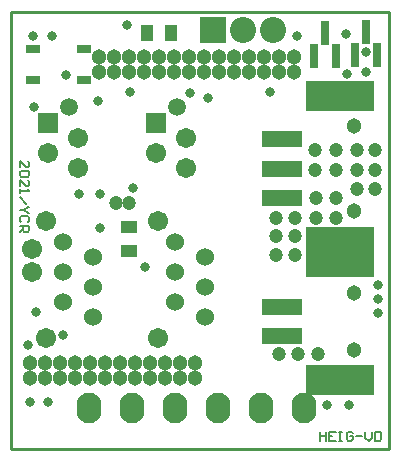
<source format=gts>
G04*
G04 #@! TF.GenerationSoftware,Altium Limited,Altium Designer,21.1.1 (26)*
G04*
G04 Layer_Color=8388736*
%FSLAX44Y44*%
%MOMM*%
G71*
G04*
G04 #@! TF.SameCoordinates,10801997-8E17-44FE-B4C4-5EB474501812*
G04*
G04*
G04 #@! TF.FilePolarity,Negative*
G04*
G01*
G75*
%ADD14C,0.1500*%
%ADD15C,0.2540*%
%ADD16R,3.4036X1.3970*%
%ADD18R,1.1628X0.7620*%
%ADD22R,5.7912X2.5146*%
%ADD23R,0.7532X2.0532*%
%ADD24R,1.1032X1.4032*%
%ADD25R,1.4032X1.1032*%
%ADD26C,1.3032*%
%ADD27O,2.1032X2.6032*%
%ADD28C,1.7032*%
%ADD29C,2.2032*%
%ADD30R,2.2032X2.2032*%
%ADD31C,1.5240*%
%ADD32C,1.5032*%
%ADD33R,1.7032X1.7032*%
%ADD34C,0.8032*%
%ADD35C,1.2032*%
D14*
X261850Y14577D02*
Y6580D01*
Y10579D01*
X267182D01*
Y14577D01*
Y6580D01*
X275179Y14577D02*
X269847D01*
Y6580D01*
X275179D01*
X269847Y10579D02*
X272513D01*
X277845Y14577D02*
X280511D01*
X279178D01*
Y6580D01*
X277845D01*
X280511D01*
X289841Y13245D02*
X288508Y14577D01*
X285842D01*
X284509Y13245D01*
Y7913D01*
X285842Y6580D01*
X288508D01*
X289841Y7913D01*
Y10579D01*
X287175D01*
X292507D02*
X297838D01*
X300504Y14577D02*
Y9246D01*
X303170Y6580D01*
X305836Y9246D01*
Y14577D01*
X308502D02*
Y6580D01*
X312500D01*
X313833Y7913D01*
Y13245D01*
X312500Y14577D01*
X308502D01*
X7850Y238278D02*
Y243610D01*
X13182Y238278D01*
X14514D01*
X15847Y239611D01*
Y242277D01*
X14514Y243610D01*
Y235613D02*
X15847Y234280D01*
Y231614D01*
X14514Y230281D01*
X9183D01*
X7850Y231614D01*
Y234280D01*
X9183Y235613D01*
X14514D01*
X7850Y222284D02*
Y227615D01*
X13182Y222284D01*
X14514D01*
X15847Y223617D01*
Y226282D01*
X14514Y227615D01*
X7850Y219618D02*
Y216952D01*
Y218285D01*
X15847D01*
X14514Y219618D01*
X7850Y212953D02*
X13182Y207622D01*
X15847Y204956D02*
X14514D01*
X11849Y202290D01*
X14514Y199624D01*
X15847D01*
X11849Y202290D02*
X7850D01*
X14514Y191627D02*
X15847Y192960D01*
Y195625D01*
X14514Y196958D01*
X9183D01*
X7850Y195625D01*
Y192960D01*
X9183Y191627D01*
X7850Y188961D02*
X15847D01*
Y184962D01*
X14514Y183629D01*
X11849D01*
X10516Y184962D01*
Y188961D01*
Y186295D02*
X7850Y183629D01*
D15*
X450Y-560D02*
Y369440D01*
Y-560D02*
X320450D01*
Y369440D01*
X450D02*
X320450D01*
D16*
X229606Y95450D02*
D03*
Y120450D02*
D03*
X229830Y212050D02*
D03*
X229576Y237050D02*
D03*
Y262050D02*
D03*
D18*
X61821Y338370D02*
D03*
Y311870D02*
D03*
X19459Y338370D02*
D03*
Y311870D02*
D03*
D22*
X278860Y57950D02*
D03*
Y157950D02*
D03*
X278830Y175050D02*
D03*
Y299050D02*
D03*
D23*
X266090Y352240D02*
D03*
X256590Y332740D02*
D03*
X275590D02*
D03*
X300990Y352650D02*
D03*
X291490Y333150D02*
D03*
X310490D02*
D03*
D24*
X136160Y352000D02*
D03*
X115840D02*
D03*
D25*
X100330Y167640D02*
D03*
Y187960D02*
D03*
D26*
X290860Y131950D02*
D03*
Y83950D02*
D03*
X75220Y318630D02*
D03*
X87920D02*
D03*
X100620D02*
D03*
Y331330D02*
D03*
X113320Y318630D02*
D03*
Y331330D02*
D03*
X126020Y318630D02*
D03*
Y331330D02*
D03*
X138720Y318630D02*
D03*
Y331330D02*
D03*
X151420Y318630D02*
D03*
Y331330D02*
D03*
X164120Y318630D02*
D03*
Y331330D02*
D03*
X176820Y318630D02*
D03*
Y331330D02*
D03*
X189520Y318630D02*
D03*
Y331330D02*
D03*
X202220Y318630D02*
D03*
Y331330D02*
D03*
X214920Y318630D02*
D03*
Y331330D02*
D03*
X227620Y318630D02*
D03*
Y331330D02*
D03*
X240320Y318630D02*
D03*
Y331330D02*
D03*
X16620Y59730D02*
D03*
Y72430D02*
D03*
X29320Y59730D02*
D03*
Y72430D02*
D03*
X42020Y59730D02*
D03*
Y72430D02*
D03*
X54720Y59730D02*
D03*
Y72430D02*
D03*
X67420Y59730D02*
D03*
Y72430D02*
D03*
X80120Y59730D02*
D03*
Y72430D02*
D03*
X92820Y59730D02*
D03*
Y72430D02*
D03*
X105520Y59730D02*
D03*
Y72430D02*
D03*
X118220Y59730D02*
D03*
Y72430D02*
D03*
X130920Y59730D02*
D03*
Y72430D02*
D03*
X143620Y59730D02*
D03*
Y72430D02*
D03*
X156320Y59730D02*
D03*
Y72430D02*
D03*
X87920Y331330D02*
D03*
X75220D02*
D03*
X290830Y273050D02*
D03*
Y201050D02*
D03*
D27*
X248920Y34798D02*
D03*
X212420D02*
D03*
X175920D02*
D03*
X139420D02*
D03*
X102920D02*
D03*
X66420D02*
D03*
D28*
X18020Y169430D02*
D03*
Y149430D02*
D03*
X29718Y193294D02*
D03*
Y93726D02*
D03*
X124968Y193294D02*
D03*
Y93726D02*
D03*
X148590Y262890D02*
D03*
X123190Y250190D02*
D03*
X148590Y237490D02*
D03*
X57150Y262890D02*
D03*
X31750Y250190D02*
D03*
X57150Y237490D02*
D03*
D29*
X196850Y354330D02*
D03*
X222250D02*
D03*
D30*
X171450D02*
D03*
D31*
X69850Y162560D02*
D03*
Y111760D02*
D03*
Y137160D02*
D03*
X44450Y149860D02*
D03*
Y124460D02*
D03*
Y175260D02*
D03*
X165100Y162560D02*
D03*
Y111760D02*
D03*
Y137160D02*
D03*
X139700Y149860D02*
D03*
Y124460D02*
D03*
Y175260D02*
D03*
D32*
X141190Y289590D02*
D03*
X49750D02*
D03*
D33*
X123190Y275590D02*
D03*
X31750D02*
D03*
D34*
X99000Y359000D02*
D03*
X284000Y351000D02*
D03*
X301000Y336000D02*
D03*
X285000Y317500D02*
D03*
X21680Y115879D02*
D03*
X311000Y139000D02*
D03*
X311150Y127000D02*
D03*
Y115000D02*
D03*
X152400Y300990D02*
D03*
X101600Y302260D02*
D03*
X104140Y220980D02*
D03*
X76200Y186690D02*
D03*
X287020Y36830D02*
D03*
X267970D02*
D03*
X16510Y39370D02*
D03*
X31750D02*
D03*
X44450Y96520D02*
D03*
X15240Y87630D02*
D03*
X35560Y349250D02*
D03*
X20320Y289560D02*
D03*
X219710Y302260D02*
D03*
X167640Y297180D02*
D03*
X73760Y294653D02*
D03*
X58420Y215900D02*
D03*
X76200D02*
D03*
X114300Y153670D02*
D03*
X242530Y349290D02*
D03*
X19050Y349250D02*
D03*
X46990Y316230D02*
D03*
X300990Y318770D02*
D03*
D35*
X260350Y80000D02*
D03*
X243840D02*
D03*
X227330D02*
D03*
X89200Y208260D02*
D03*
X100330Y208280D02*
D03*
X308610Y219710D02*
D03*
Y236220D02*
D03*
Y252730D02*
D03*
X293370Y219710D02*
D03*
X257810Y252730D02*
D03*
X275590D02*
D03*
X293370D02*
D03*
Y236220D02*
D03*
X275590D02*
D03*
X257810D02*
D03*
X275590Y195580D02*
D03*
X241300Y163830D02*
D03*
X224790D02*
D03*
X275590Y212090D02*
D03*
X259080D02*
D03*
X224790Y180340D02*
D03*
X241300D02*
D03*
X259080Y195580D02*
D03*
X224790D02*
D03*
X241300D02*
D03*
M02*

</source>
